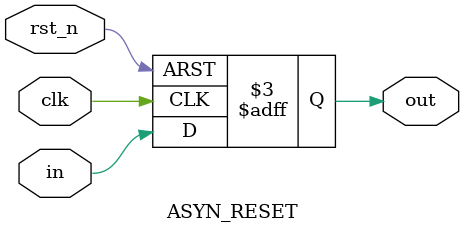
<source format=v>
module ASYN_RESET(
input         clk,
input         rst_n,
input         in,
output reg    out
);

always @(posedge clk or negedge rst_n)
	if(rst_n == 1'b0)
		out <= 1'b0;
    else
		out <= in;

endmodule

</source>
